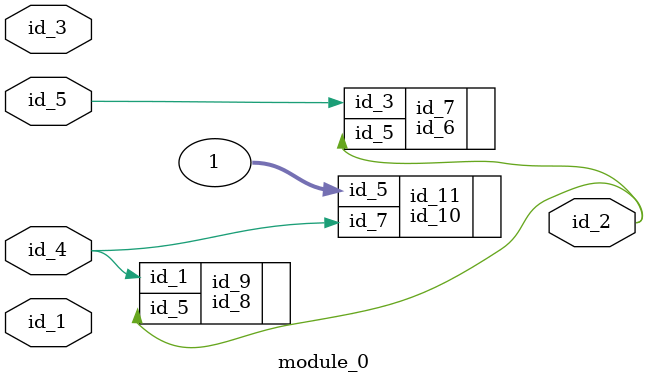
<source format=v>
module module_0 (
    id_1,
    id_2,
    id_3,
    id_4,
    id_5
);
  input id_5;
  input id_4;
  input id_3;
  output id_2;
  input id_1;
  id_6 id_7 (
      .id_5(id_2),
      .id_3(id_5)
  );
  id_8 id_9 (
      .id_5(id_2),
      .id_1(id_3),
      .id_1(id_4)
  );
  id_10 id_11 (
      .id_7(id_4),
      .id_5(1)
  );
endmodule

</source>
